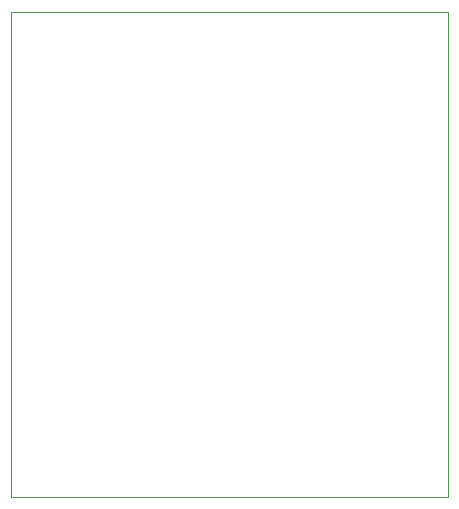
<source format=gbr>
%TF.GenerationSoftware,Altium Limited,Altium Designer,24.6.1 (21)*%
G04 Layer_Color=0*
%FSLAX45Y45*%
%MOMM*%
%TF.SameCoordinates,18E76ECD-83C5-444D-8C50-6D49F83D0F89*%
%TF.FilePolarity,Positive*%
%TF.FileFunction,Profile,NP*%
%TF.Part,Single*%
G01*
G75*
%TA.AperFunction,Profile*%
%ADD88C,0.02540*%
D88*
X-1850000Y-2050000D02*
Y2050000D01*
X1850000D01*
Y-2050000D01*
X-1850000D01*
%TF.MD5,5b675fd7ec9b6b3af045ab05ea1c74bb*%
M02*

</source>
